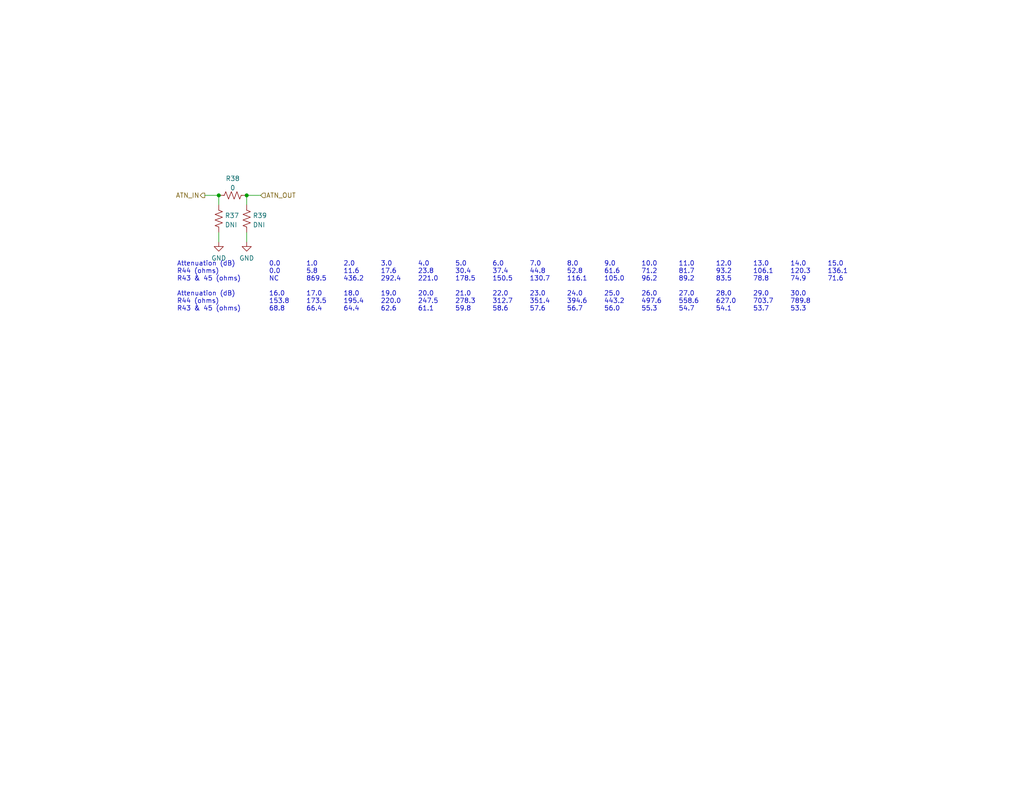
<source format=kicad_sch>
(kicad_sch
	(version 20231120)
	(generator "eeschema")
	(generator_version "8.0")
	(uuid "e6d59be5-ac06-4175-b416-95898d7f792d")
	(paper "USLetter")
	(title_block
		(title "Pi Attenuator Network")
		(date "2022-06-20")
		(company "SilverSat Ltd.")
	)
	(lib_symbols
		(symbol "Device:R_US"
			(pin_numbers hide)
			(pin_names
				(offset 0)
			)
			(exclude_from_sim no)
			(in_bom yes)
			(on_board yes)
			(property "Reference" "R"
				(at 2.54 0 90)
				(effects
					(font
						(size 1.27 1.27)
					)
				)
			)
			(property "Value" "R_US"
				(at -2.54 0 90)
				(effects
					(font
						(size 1.27 1.27)
					)
				)
			)
			(property "Footprint" ""
				(at 1.016 -0.254 90)
				(effects
					(font
						(size 1.27 1.27)
					)
					(hide yes)
				)
			)
			(property "Datasheet" "~"
				(at 0 0 0)
				(effects
					(font
						(size 1.27 1.27)
					)
					(hide yes)
				)
			)
			(property "Description" "Resistor, US symbol"
				(at 0 0 0)
				(effects
					(font
						(size 1.27 1.27)
					)
					(hide yes)
				)
			)
			(property "ki_keywords" "R res resistor"
				(at 0 0 0)
				(effects
					(font
						(size 1.27 1.27)
					)
					(hide yes)
				)
			)
			(property "ki_fp_filters" "R_*"
				(at 0 0 0)
				(effects
					(font
						(size 1.27 1.27)
					)
					(hide yes)
				)
			)
			(symbol "R_US_0_1"
				(polyline
					(pts
						(xy 0 -2.286) (xy 0 -2.54)
					)
					(stroke
						(width 0)
						(type default)
					)
					(fill
						(type none)
					)
				)
				(polyline
					(pts
						(xy 0 2.286) (xy 0 2.54)
					)
					(stroke
						(width 0)
						(type default)
					)
					(fill
						(type none)
					)
				)
				(polyline
					(pts
						(xy 0 -0.762) (xy 1.016 -1.143) (xy 0 -1.524) (xy -1.016 -1.905) (xy 0 -2.286)
					)
					(stroke
						(width 0)
						(type default)
					)
					(fill
						(type none)
					)
				)
				(polyline
					(pts
						(xy 0 0.762) (xy 1.016 0.381) (xy 0 0) (xy -1.016 -0.381) (xy 0 -0.762)
					)
					(stroke
						(width 0)
						(type default)
					)
					(fill
						(type none)
					)
				)
				(polyline
					(pts
						(xy 0 2.286) (xy 1.016 1.905) (xy 0 1.524) (xy -1.016 1.143) (xy 0 0.762)
					)
					(stroke
						(width 0)
						(type default)
					)
					(fill
						(type none)
					)
				)
			)
			(symbol "R_US_1_1"
				(pin passive line
					(at 0 3.81 270)
					(length 1.27)
					(name "~"
						(effects
							(font
								(size 1.27 1.27)
							)
						)
					)
					(number "1"
						(effects
							(font
								(size 1.27 1.27)
							)
						)
					)
				)
				(pin passive line
					(at 0 -3.81 90)
					(length 1.27)
					(name "~"
						(effects
							(font
								(size 1.27 1.27)
							)
						)
					)
					(number "2"
						(effects
							(font
								(size 1.27 1.27)
							)
						)
					)
				)
			)
		)
		(symbol "power:GND"
			(power)
			(pin_names
				(offset 0)
			)
			(exclude_from_sim no)
			(in_bom yes)
			(on_board yes)
			(property "Reference" "#PWR"
				(at 0 -6.35 0)
				(effects
					(font
						(size 1.27 1.27)
					)
					(hide yes)
				)
			)
			(property "Value" "GND"
				(at 0 -3.81 0)
				(effects
					(font
						(size 1.27 1.27)
					)
				)
			)
			(property "Footprint" ""
				(at 0 0 0)
				(effects
					(font
						(size 1.27 1.27)
					)
					(hide yes)
				)
			)
			(property "Datasheet" ""
				(at 0 0 0)
				(effects
					(font
						(size 1.27 1.27)
					)
					(hide yes)
				)
			)
			(property "Description" "Power symbol creates a global label with name \"GND\" , ground"
				(at 0 0 0)
				(effects
					(font
						(size 1.27 1.27)
					)
					(hide yes)
				)
			)
			(property "ki_keywords" "power-flag"
				(at 0 0 0)
				(effects
					(font
						(size 1.27 1.27)
					)
					(hide yes)
				)
			)
			(symbol "GND_0_1"
				(polyline
					(pts
						(xy 0 0) (xy 0 -1.27) (xy 1.27 -1.27) (xy 0 -2.54) (xy -1.27 -1.27) (xy 0 -1.27)
					)
					(stroke
						(width 0)
						(type default)
					)
					(fill
						(type none)
					)
				)
			)
			(symbol "GND_1_1"
				(pin power_in line
					(at 0 0 270)
					(length 0) hide
					(name "GND"
						(effects
							(font
								(size 1.27 1.27)
							)
						)
					)
					(number "1"
						(effects
							(font
								(size 1.27 1.27)
							)
						)
					)
				)
			)
		)
	)
	(junction
		(at 59.69 53.34)
		(diameter 0)
		(color 0 0 0 0)
		(uuid "1115895e-3351-42e5-aebf-00b32822ea7c")
	)
	(junction
		(at 67.31 53.34)
		(diameter 0)
		(color 0 0 0 0)
		(uuid "3a43787a-63bd-4f48-9b59-48a47ffa930e")
	)
	(wire
		(pts
			(xy 59.69 53.34) (xy 59.69 55.88)
		)
		(stroke
			(width 0)
			(type default)
		)
		(uuid "8a3b337c-03da-4389-98d6-24f25055c014")
	)
	(wire
		(pts
			(xy 59.69 63.5) (xy 59.69 66.04)
		)
		(stroke
			(width 0)
			(type default)
		)
		(uuid "ad2356ea-999a-4efa-9872-c9b8c16c5d6a")
	)
	(wire
		(pts
			(xy 67.31 53.34) (xy 71.12 53.34)
		)
		(stroke
			(width 0)
			(type default)
		)
		(uuid "badd0859-5b82-4350-89e8-a5fad3ddf6dc")
	)
	(wire
		(pts
			(xy 67.31 53.34) (xy 67.31 55.88)
		)
		(stroke
			(width 0)
			(type default)
		)
		(uuid "c027cd00-1832-4d1a-bc95-7c7e3d1536b4")
	)
	(wire
		(pts
			(xy 55.88 53.34) (xy 59.69 53.34)
		)
		(stroke
			(width 0)
			(type default)
		)
		(uuid "d54034f1-68f6-49b3-a2ff-0f3abecac5b1")
	)
	(wire
		(pts
			(xy 67.31 63.5) (xy 67.31 66.04)
		)
		(stroke
			(width 0)
			(type default)
		)
		(uuid "f7a01fb7-898b-4992-aa1a-1b967d869266")
	)
	(text "Attenuation (dB)	0.0		1.0		2.0		3.0		4.0		5.0		6.0		7.0		8.0		9.0		10.0	11.0	12.0	13.0	14.0	15.0\nR44 (ohms)			0.0		5.8		11.6	17.6	23.8	30.4	37.4	44.8	52.8	61.6	71.2	81.7	93.2	106.1	120.3	136.1	\nR43 & 45 (ohms)		NC		869.5	436.2	292.4	221.0	178.5	150.5	130.7	116.1	105.0	96.2	89.2	83.5	78.8	74.9	71.6\n\nAttenuation (dB)	16.0	17.0	18.0	19.0	20.0	21.0	22.0	23.0	24.0	25.0	26.0	27.0	28.0	29.0	30.0\nR44 (ohms)			153.8	173.5	195.4	220.0	247.5	278.3	312.7	351.4	394.6	443.2	497.6	558.6	627.0	703.7	789.8	\nR43 & 45 (ohms)		68.8	66.4	64.4	62.6	61.1	59.8	58.6	57.6	56.7	56.0	55.3	54.7	54.1	53.7	53.3"
		(exclude_from_sim no)
		(at 48.26 85.09 0)
		(effects
			(font
				(size 1.27 1.27)
			)
			(justify left bottom)
		)
		(uuid "5482bb23-c3d3-4d3f-846f-373269e39c70")
	)
	(hierarchical_label "ATN_IN"
		(shape output)
		(at 55.88 53.34 180)
		(fields_autoplaced yes)
		(effects
			(font
				(size 1.27 1.27)
			)
			(justify right)
		)
		(uuid "b62d5545-5e4d-46fd-b583-1a1e5bc1b2ca")
	)
	(hierarchical_label "ATN_OUT"
		(shape input)
		(at 71.12 53.34 0)
		(fields_autoplaced yes)
		(effects
			(font
				(size 1.27 1.27)
			)
			(justify left)
		)
		(uuid "df4a7baa-a1d2-451c-bee7-017316e8a21b")
	)
	(symbol
		(lib_id "Device:R_US")
		(at 59.69 59.69 180)
		(unit 1)
		(exclude_from_sim no)
		(in_bom yes)
		(on_board yes)
		(dnp no)
		(fields_autoplaced yes)
		(uuid "280a4e44-6aff-4c55-aa7b-ba0e0795f85a")
		(property "Reference" "R37"
			(at 61.341 58.8553 0)
			(effects
				(font
					(size 1.27 1.27)
				)
				(justify right)
			)
		)
		(property "Value" "DNI"
			(at 61.341 61.3922 0)
			(effects
				(font
					(size 1.27 1.27)
				)
				(justify right)
			)
		)
		(property "Footprint" "Resistor_SMD:R_0402_1005Metric"
			(at 58.674 59.436 90)
			(effects
				(font
					(size 1.27 1.27)
				)
				(hide yes)
			)
		)
		(property "Datasheet" "~"
			(at 59.69 59.69 0)
			(effects
				(font
					(size 1.27 1.27)
				)
				(hide yes)
			)
		)
		(property "Description" ""
			(at 59.69 59.69 0)
			(effects
				(font
					(size 1.27 1.27)
				)
				(hide yes)
			)
		)
		(property "DNP" "DNP"
			(at 59.69 59.69 0)
			(effects
				(font
					(size 1.27 1.27)
				)
				(hide yes)
			)
		)
		(pin "1"
			(uuid "d7eb7368-5c7a-4d23-a36c-8f7256e0c4ef")
		)
		(pin "2"
			(uuid "c39d4aff-586d-4654-9188-76f4913e3e42")
		)
		(instances
			(project "SilverSat_Ground_Station"
				(path "/46cfd089-6873-4d8b-89af-02ff30e49472/00000000-0000-0000-0000-000062351e35/7a01facf-7162-41f8-8d07-7bf9efd8bda4"
					(reference "R37")
					(unit 1)
				)
			)
		)
	)
	(symbol
		(lib_id "power:GND")
		(at 67.31 66.04 0)
		(unit 1)
		(exclude_from_sim no)
		(in_bom yes)
		(on_board yes)
		(dnp no)
		(fields_autoplaced yes)
		(uuid "3103ea7c-6dda-443e-bbce-34b1f8b990d1")
		(property "Reference" "#PWR0106"
			(at 67.31 72.39 0)
			(effects
				(font
					(size 1.27 1.27)
				)
				(hide yes)
			)
		)
		(property "Value" "GND"
			(at 67.31 70.4834 0)
			(effects
				(font
					(size 1.27 1.27)
				)
			)
		)
		(property "Footprint" ""
			(at 67.31 66.04 0)
			(effects
				(font
					(size 1.27 1.27)
				)
				(hide yes)
			)
		)
		(property "Datasheet" ""
			(at 67.31 66.04 0)
			(effects
				(font
					(size 1.27 1.27)
				)
				(hide yes)
			)
		)
		(property "Description" ""
			(at 67.31 66.04 0)
			(effects
				(font
					(size 1.27 1.27)
				)
				(hide yes)
			)
		)
		(pin "1"
			(uuid "a8107ec2-08e2-40cf-a92d-72b3ca50ff93")
		)
		(instances
			(project "SilverSat_Ground_Station"
				(path "/46cfd089-6873-4d8b-89af-02ff30e49472/00000000-0000-0000-0000-000062351e35/7a01facf-7162-41f8-8d07-7bf9efd8bda4"
					(reference "#PWR0106")
					(unit 1)
				)
			)
		)
	)
	(symbol
		(lib_id "Device:R_US")
		(at 63.5 53.34 90)
		(unit 1)
		(exclude_from_sim no)
		(in_bom yes)
		(on_board yes)
		(dnp no)
		(fields_autoplaced yes)
		(uuid "5624b56e-9475-4e08-829d-7a044c85e444")
		(property "Reference" "R38"
			(at 63.5 48.7512 90)
			(effects
				(font
					(size 1.27 1.27)
				)
			)
		)
		(property "Value" "0"
			(at 63.5 51.2881 90)
			(effects
				(font
					(size 1.27 1.27)
				)
			)
		)
		(property "Footprint" "Resistor_SMD:R_0402_1005Metric"
			(at 63.754 52.324 90)
			(effects
				(font
					(size 1.27 1.27)
				)
				(hide yes)
			)
		)
		(property "Datasheet" "ERJ-H2G0R00X"
			(at 63.5 53.34 0)
			(effects
				(font
					(size 1.27 1.27)
				)
				(hide yes)
			)
		)
		(property "Description" "“Thick Film Resistors - SMD 0402 0Ohm AEC-Q200” (Mouser Electronics “ERJ-H2G0R00X”. 2022. https://www.mouser.com/ProductDetail/Panasonic/ERJ-H2G0R00X?qs=eP2BKZSCXI6wQjFmf3rUSA%3D%3D. Accessed 20 June 2022)"
			(at 63.5 53.34 0)
			(effects
				(font
					(size 1.27 1.27)
				)
				(hide yes)
			)
		)
		(property "Height" "0.35"
			(at 63.5 53.34 0)
			(effects
				(font
					(size 1.27 1.27)
				)
				(hide yes)
			)
		)
		(property "MPN" "ERJ-2GE0R00X"
			(at 63.5 53.34 0)
			(effects
				(font
					(size 1.27 1.27)
				)
				(hide yes)
			)
		)
		(property "Manufacturer" "Panasonic"
			(at 63.5 53.34 0)
			(effects
				(font
					(size 1.27 1.27)
				)
				(hide yes)
			)
		)
		(property "Manufacturer_Name" "Panasonic"
			(at 63.5 53.34 0)
			(effects
				(font
					(size 1.27 1.27)
				)
				(hide yes)
			)
		)
		(property "Manufacturer_Part_Number" "ERJ-H2G0R00X"
			(at 63.5 53.34 0)
			(effects
				(font
					(size 1.27 1.27)
				)
				(hide yes)
			)
		)
		(property "Mouser Part Number" "667-ERJ-H2G0R00X"
			(at 63.5 53.34 0)
			(effects
				(font
					(size 1.27 1.27)
				)
				(hide yes)
			)
		)
		(property "Mouser Price/Stock" "https://www.mouser.com/ProductDetail/Panasonic/ERJ-H2G0R00X?qs=eP2BKZSCXI6wQjFmf3rUSA%3D%3D"
			(at 63.5 53.34 0)
			(effects
				(font
					(size 1.27 1.27)
				)
				(hide yes)
			)
		)
		(property "Mouser_Part_Number" "667-ERJ-H2G0R00X"
			(at 63.5 53.34 0)
			(effects
				(font
					(size 1.27 1.27)
				)
				(hide yes)
			)
		)
		(property "Part_Number" "ERJ-H2G0R00X"
			(at 63.5 53.34 0)
			(effects
				(font
					(size 1.27 1.27)
				)
				(hide yes)
			)
		)
		(pin "1"
			(uuid "b63f0dc9-aff6-459a-9224-5c149e21c68b")
		)
		(pin "2"
			(uuid "b45d74f7-27ad-443c-bcf3-6c2b12610950")
		)
		(instances
			(project "SilverSat_Ground_Station"
				(path "/46cfd089-6873-4d8b-89af-02ff30e49472/00000000-0000-0000-0000-000062351e35/7a01facf-7162-41f8-8d07-7bf9efd8bda4"
					(reference "R38")
					(unit 1)
				)
			)
		)
	)
	(symbol
		(lib_id "Device:R_US")
		(at 67.31 59.69 180)
		(unit 1)
		(exclude_from_sim no)
		(in_bom yes)
		(on_board yes)
		(dnp no)
		(fields_autoplaced yes)
		(uuid "d48539ec-4994-432d-80c4-8f72f047237a")
		(property "Reference" "R39"
			(at 68.961 58.8553 0)
			(effects
				(font
					(size 1.27 1.27)
				)
				(justify right)
			)
		)
		(property "Value" "DNI"
			(at 68.961 61.3922 0)
			(effects
				(font
					(size 1.27 1.27)
				)
				(justify right)
			)
		)
		(property "Footprint" "Resistor_SMD:R_0402_1005Metric"
			(at 66.294 59.436 90)
			(effects
				(font
					(size 1.27 1.27)
				)
				(hide yes)
			)
		)
		(property "Datasheet" "~"
			(at 67.31 59.69 0)
			(effects
				(font
					(size 1.27 1.27)
				)
				(hide yes)
			)
		)
		(property "Description" ""
			(at 67.31 59.69 0)
			(effects
				(font
					(size 1.27 1.27)
				)
				(hide yes)
			)
		)
		(property "DNP" "DNP"
			(at 67.31 59.69 0)
			(effects
				(font
					(size 1.27 1.27)
				)
				(hide yes)
			)
		)
		(pin "1"
			(uuid "523d360c-049f-470e-b31d-cf1c06318df4")
		)
		(pin "2"
			(uuid "8492f19c-5194-42d5-81e9-6977fcb7ed31")
		)
		(instances
			(project "SilverSat_Ground_Station"
				(path "/46cfd089-6873-4d8b-89af-02ff30e49472/00000000-0000-0000-0000-000062351e35/7a01facf-7162-41f8-8d07-7bf9efd8bda4"
					(reference "R39")
					(unit 1)
				)
			)
		)
	)
	(symbol
		(lib_id "power:GND")
		(at 59.69 66.04 0)
		(unit 1)
		(exclude_from_sim no)
		(in_bom yes)
		(on_board yes)
		(dnp no)
		(fields_autoplaced yes)
		(uuid "e6ddaec9-369b-4911-b551-40820082b33b")
		(property "Reference" "#PWR0105"
			(at 59.69 72.39 0)
			(effects
				(font
					(size 1.27 1.27)
				)
				(hide yes)
			)
		)
		(property "Value" "GND"
			(at 59.69 70.4834 0)
			(effects
				(font
					(size 1.27 1.27)
				)
			)
		)
		(property "Footprint" ""
			(at 59.69 66.04 0)
			(effects
				(font
					(size 1.27 1.27)
				)
				(hide yes)
			)
		)
		(property "Datasheet" ""
			(at 59.69 66.04 0)
			(effects
				(font
					(size 1.27 1.27)
				)
				(hide yes)
			)
		)
		(property "Description" ""
			(at 59.69 66.04 0)
			(effects
				(font
					(size 1.27 1.27)
				)
				(hide yes)
			)
		)
		(pin "1"
			(uuid "1ae56fb0-093e-4710-a833-78b1f83b7f06")
		)
		(instances
			(project "SilverSat_Ground_Station"
				(path "/46cfd089-6873-4d8b-89af-02ff30e49472/00000000-0000-0000-0000-000062351e35/7a01facf-7162-41f8-8d07-7bf9efd8bda4"
					(reference "#PWR0105")
					(unit 1)
				)
			)
		)
	)
)
</source>
